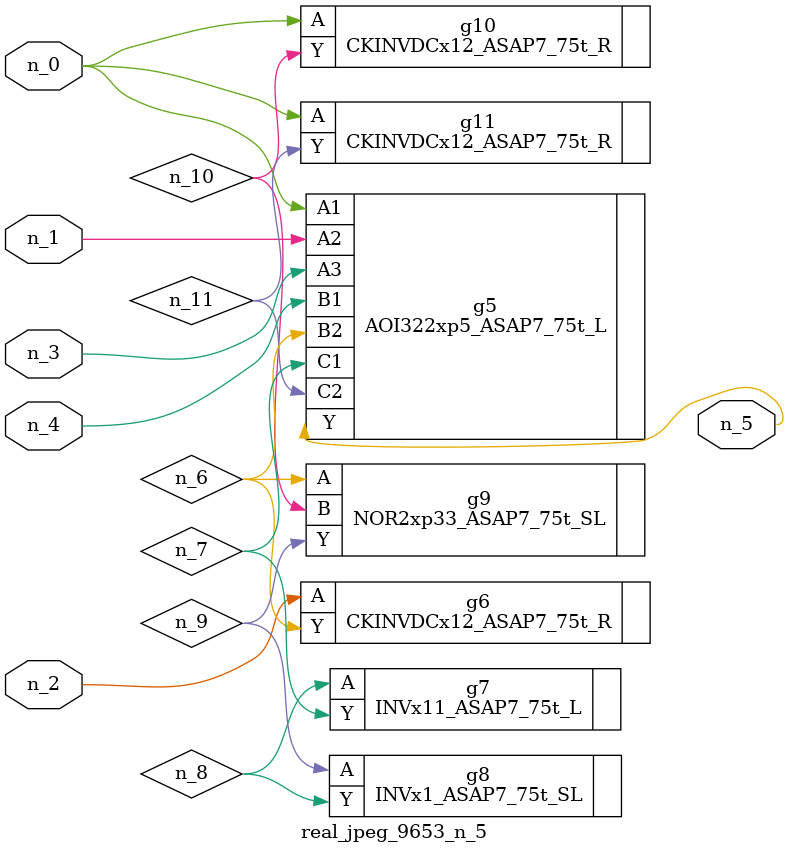
<source format=v>
module real_jpeg_9653_n_5 (n_4, n_0, n_1, n_2, n_3, n_5);

input n_4;
input n_0;
input n_1;
input n_2;
input n_3;

output n_5;

wire n_8;
wire n_11;
wire n_6;
wire n_7;
wire n_10;
wire n_9;

AOI322xp5_ASAP7_75t_L g5 ( 
.A1(n_0),
.A2(n_1),
.A3(n_3),
.B1(n_4),
.B2(n_6),
.C1(n_7),
.C2(n_11),
.Y(n_5)
);

CKINVDCx12_ASAP7_75t_R g10 ( 
.A(n_0),
.Y(n_10)
);

CKINVDCx12_ASAP7_75t_R g11 ( 
.A(n_0),
.Y(n_11)
);

CKINVDCx12_ASAP7_75t_R g6 ( 
.A(n_2),
.Y(n_6)
);

NOR2xp33_ASAP7_75t_SL g9 ( 
.A(n_6),
.B(n_10),
.Y(n_9)
);

INVx11_ASAP7_75t_L g7 ( 
.A(n_8),
.Y(n_7)
);

INVx1_ASAP7_75t_SL g8 ( 
.A(n_9),
.Y(n_8)
);


endmodule
</source>
